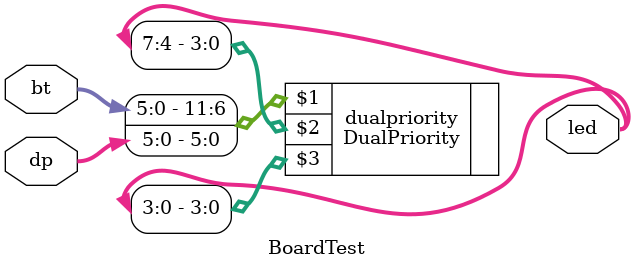
<source format=v>

`timescale 1ns / 1ps

module BoardTest( input wire [5:0] dp, input wire [5:0] bt, output wire [7:0] led );

DualPriority dualpriority( {bt[5:0], dp[5:0] }, led[7:4], led[3:0] );

endmodule

</source>
